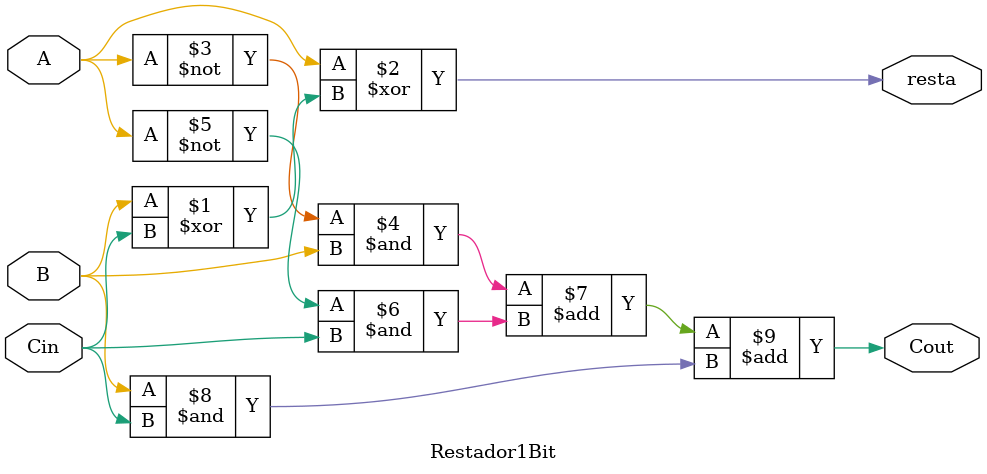
<source format=sv>
module Restador1Bit (
	input logic A,
	input logic B,
	input logic Cin,
	output logic resta,
	output logic Cout
);
	assign resta = A ^ (B ^ Cin);
	assign Cout =  (~A & B) + (~A & Cin) + (B & Cin);

endmodule

</source>
